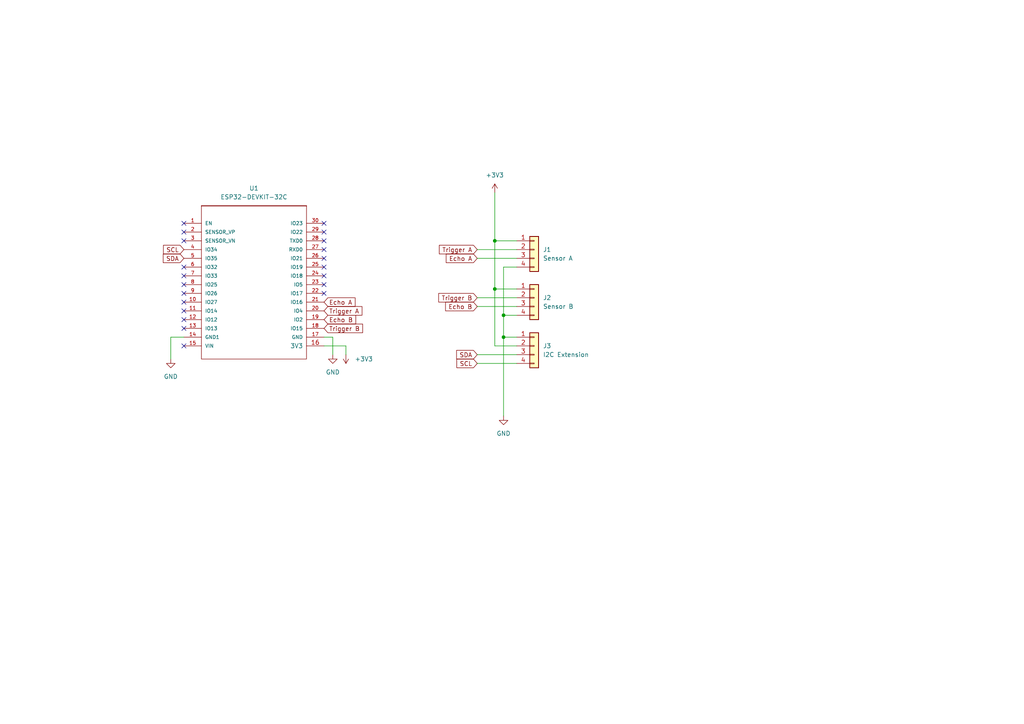
<source format=kicad_sch>
(kicad_sch (version 20211123) (generator eeschema)
  (paper "A4")
  (lib_symbols
    (symbol "Connector_Generic:Conn_01x04" (pin_names (offset 1.016) hide)
      (property "Reference" "J" (at 0 5.08 0))
      (property "Value" "Conn_01x04" (at 0 -7.62 0))
      (symbol "Conn_01x04_1_1"
        (rectangle (start -1.27 -4.953) (end 0 -5.207) (stroke (width 0.1524)))
        (rectangle (start -1.27 -2.413) (end 0 -2.667) (stroke (width 0.1524)))
        (rectangle (start -1.27 0.127) (end 0 -0.127) (stroke (width 0.1524)))
        (rectangle (start -1.27 2.667) (end 0 2.413) (stroke (width 0.1524)))
        (rectangle (start -1.27 3.81) (end 1.27 -6.35) (stroke (width 0.254)) (fill (type background)))
        (pin passive line (at -5.08 2.54 0) (length 3.81) (name "Pin_1") (number "1"))
        (pin passive line (at -5.08 0 0) (length 3.81) (name "Pin_2") (number "2"))
        (pin passive line (at -5.08 -2.54 0) (length 3.81) (name "Pin_3") (number "3"))
        (pin passive line (at -5.08 -5.08 0) (length 3.81) (name "Pin_4") (number "4"))
      )
    )
    (symbol "ESP32-DEVKITC-32D:ESP32-DEVKIT-32C" (pin_names (offset 1.016))
      (property "Reference" "U" (at 0 0 0))
      (property "Value" "ESP32-DEVKIT-32C" (at 0 0 0))
      (symbol "ESP32-DEVKIT-32C_0_1"
        (rectangle (start -13.97 -2.54) (end 16.51 -46.99))
      )
      (symbol "ESP32-DEVKIT-32C_1_1"
        (polyline (pts (xy -13.97 -2.54) (xy 16.51 -2.54)) (stroke (width 0.254)))
        (pin input line (at -19.05 -7.62 0) (length 5.08) (name "EN") (number "1"))
        (pin bidirectional line (at -19.05 -30.48 0) (length 5.08) (name "IO27") (number "10"))
        (pin bidirectional line (at -19.05 -33.02 0) (length 5.08) (name "IO14") (number "11"))
        (pin bidirectional line (at -19.05 -35.56 0) (length 5.08) (name "IO12") (number "12"))
        (pin bidirectional line (at -19.05 -38.1 0) (length 5.08) (name "IO13") (number "13"))
        (pin power_in line (at -19.05 -40.64 0) (length 5.08) (name "GND1") (number "14"))
        (pin power_in line (at -19.05 -43.18 0) (length 5.08) (name "VIN") (number "15"))
        (pin power_in line (at 21.59 -43.18 180) (length 5.08) (name "3V3") (number "16"))
        (pin power_in line (at 21.59 -40.64 180) (length 5.08) (name "GND") (number "17"))
        (pin bidirectional line (at 21.59 -38.1 180) (length 5.08) (name "IO15") (number "18"))
        (pin bidirectional line (at 21.59 -35.56 180) (length 5.08) (name "IO2") (number "19"))
        (pin input line (at -19.05 -10.16 0) (length 5.08) (name "SENSOR_VP") (number "2"))
        (pin bidirectional line (at 21.59 -33.02 180) (length 5.08) (name "IO4") (number "20"))
        (pin bidirectional line (at 21.59 -30.48 180) (length 5.08) (name "IO16") (number "21"))
        (pin bidirectional line (at 21.59 -27.94 180) (length 5.08) (name "IO17") (number "22"))
        (pin bidirectional line (at 21.59 -25.4 180) (length 5.08) (name "IO5") (number "23"))
        (pin bidirectional line (at 21.59 -22.86 180) (length 5.08) (name "IO18") (number "24"))
        (pin bidirectional line (at 21.59 -20.32 180) (length 5.08) (name "IO19") (number "25"))
        (pin bidirectional line (at 21.59 -17.78 180) (length 5.08) (name "IO21") (number "26"))
        (pin input line (at 21.59 -15.24 180) (length 5.08) (name "RXD0") (number "27"))
        (pin output line (at 21.59 -12.7 180) (length 5.08) (name "TXD0") (number "28"))
        (pin bidirectional line (at 21.59 -10.16 180) (length 5.08) (name "IO22") (number "29"))
        (pin input line (at -19.05 -12.7 0) (length 5.08) (name "SENSOR_VN") (number "3"))
        (pin bidirectional line (at 21.59 -7.62 180) (length 5.08) (name "IO23") (number "30"))
        (pin bidirectional line (at -19.05 -15.24 0) (length 5.08) (name "IO34") (number "4"))
        (pin bidirectional line (at -19.05 -17.78 0) (length 5.08) (name "IO35") (number "5"))
        (pin bidirectional line (at -19.05 -20.32 0) (length 5.08) (name "IO32") (number "6"))
        (pin bidirectional line (at -19.05 -22.86 0) (length 5.08) (name "IO33") (number "7"))
        (pin bidirectional line (at -19.05 -25.4 0) (length 5.08) (name "IO25") (number "8"))
        (pin bidirectional line (at -19.05 -27.94 0) (length 5.08) (name "IO26") (number "9"))
      )
    )
    (symbol "power:+3.3V" (power) (pin_names (offset 0))
      (property "Value" "+3.3V" (at 0 3.556 0))
      (symbol "+3.3V_0_1"
        (polyline (pts (xy -0.762 1.27) (xy 0 2.54)))
        (polyline (pts (xy 0 0) (xy 0 2.54)))
        (polyline (pts (xy 0 2.54) (xy 0.762 1.27)))
      )
      (symbol "+3.3V_1_1"
        (pin power_in line (at 0 0 90) (length 0) hide (name "+3V3") (number "1"))
      )
    )
    (symbol "power:GND" (power) (pin_names (offset 0))
      (property "Value" "GND" (at 0 -3.81 0))
      (symbol "GND_0_1"
        (polyline (pts (xy 0 0) (xy 0 -1.27) (xy 1.27 -1.27) (xy 0 -2.54) (xy -1.27 -1.27) (xy 0 -1.27)))
      )
      (symbol "GND_1_1"
        (pin power_in line (at 0 0 270) (length 0) hide (name "GND") (number "1"))
      )
    )
  )
  (junction (at 146.05 91.44))
  (junction (at 143.51 83.82))
  (junction (at 143.51 69.85))
  (junction (at 146.05 97.79))
  (no_connect (at 53.34 82.55))
  (no_connect (at 93.98 80.01))
  (no_connect (at 93.98 67.31))
  (no_connect (at 53.34 80.01))
  (no_connect (at 93.98 82.55))
  (no_connect (at 93.98 77.47))
  (no_connect (at 53.34 90.17))
  (no_connect (at 53.34 69.85))
  (no_connect (at 53.34 64.77))
  (no_connect (at 53.34 77.47))
  (no_connect (at 53.34 85.09))
  (no_connect (at 93.98 85.09))
  (no_connect (at 53.34 87.63))
  (no_connect (at 93.98 74.93))
  (no_connect (at 53.34 100.33))
  (no_connect (at 53.34 95.25))
  (no_connect (at 53.34 92.71))
  (no_connect (at 93.98 69.85))
  (no_connect (at 93.98 72.39))
  (no_connect (at 53.34 67.31))
  (no_connect (at 93.98 64.77))
  (wire (pts (xy 143.51 55.88) (xy 143.51 69.85)))
  (wire (pts (xy 146.05 91.44) (xy 146.05 97.79)))
  (wire (pts (xy 100.33 100.33) (xy 93.98 100.33)))
  (wire (pts (xy 143.51 69.85) (xy 143.51 83.82)))
  (wire (pts (xy 96.52 97.79) (xy 93.98 97.79)))
  (wire (pts (xy 100.33 102.87) (xy 100.33 100.33)))
  (wire (pts (xy 149.86 100.33) (xy 143.51 100.33)))
  (wire (pts (xy 49.53 97.79) (xy 53.34 97.79)))
  (wire (pts (xy 138.43 72.39) (xy 149.86 72.39)))
  (wire (pts (xy 49.53 104.14) (xy 49.53 97.79)))
  (wire (pts (xy 143.51 83.82) (xy 149.86 83.82)))
  (wire (pts (xy 149.86 69.85) (xy 143.51 69.85)))
  (wire (pts (xy 138.43 86.36) (xy 149.86 86.36)))
  (wire (pts (xy 146.05 97.79) (xy 149.86 97.79)))
  (wire (pts (xy 146.05 91.44) (xy 149.86 91.44)))
  (wire (pts (xy 138.43 102.87) (xy 149.86 102.87)))
  (wire (pts (xy 138.43 74.93) (xy 149.86 74.93)))
  (wire (pts (xy 146.05 77.47) (xy 146.05 91.44)))
  (wire (pts (xy 146.05 97.79) (xy 146.05 120.65)))
  (wire (pts (xy 138.43 105.41) (xy 149.86 105.41)))
  (wire (pts (xy 143.51 100.33) (xy 143.51 83.82)))
  (wire (pts (xy 138.43 88.9) (xy 149.86 88.9)))
  (wire (pts (xy 96.52 102.87) (xy 96.52 97.79)))
  (wire (pts (xy 149.86 77.47) (xy 146.05 77.47)))
  (global_label "Trigger B" (shape input) (at 138.43 86.36 180) (property "Intersheet References" "${INTERSHEET_REFS}" (effects hide)))
  (global_label "SDA" (shape input) (at 53.34 74.93 180) (property "Intersheet References" "${INTERSHEET_REFS}" (effects hide)))
  (global_label "SCL" (shape input) (at 53.34 72.39 180) (property "Intersheet References" "${INTERSHEET_REFS}" (effects hide)))
  (global_label "Trigger A" (shape input) (at 138.43 72.39 180) (property "Intersheet References" "${INTERSHEET_REFS}" (effects hide)))
  (global_label "Echo A" (shape input) (at 93.98 87.63 0) (property "Intersheet References" "${INTERSHEET_REFS}" (effects hide)))
  (global_label "Echo B" (shape input) (at 93.98 92.71 0) (property "Intersheet References" "${INTERSHEET_REFS}" (effects hide)))
  (global_label "Trigger B" (shape input) (at 93.98 95.25 0) (property "Intersheet References" "${INTERSHEET_REFS}" (effects hide)))
  (global_label "Echo A" (shape input) (at 138.43 74.93 180) (property "Intersheet References" "${INTERSHEET_REFS}" (effects hide)))
  (global_label "Echo B" (shape input) (at 138.43 88.9 180) (property "Intersheet References" "${INTERSHEET_REFS}" (effects hide)))
  (global_label "Trigger A" (shape input) (at 93.98 90.17 0) (property "Intersheet References" "${INTERSHEET_REFS}" (effects hide)))
  (global_label "SCL" (shape input) (at 138.43 105.41 180) (property "Intersheet References" "${INTERSHEET_REFS}" (effects hide)))
  (global_label "SDA" (shape input) (at 138.43 102.87 180) (property "Intersheet References" "${INTERSHEET_REFS}" (effects hide)))
  (symbol (lib_id "power:GND") (at 96.52 102.87 0) (unit 1)
    (property "Reference" "#PWR02" (effects hide))
    (property "Value" "GND" (at 96.52 107.95 0))
  )
  (symbol (lib_id "ESP32-DEVKITC-32D:ESP32-DEVKIT-32C") (at 72.39 57.15 0) (unit 1)
    (property "Reference" "U1" (at 73.66 54.61 0))
    (property "Value" "ESP32-DEVKIT-32C" (at 73.66 57.15 0))
    (property "Footprint" "ESP32-DEVKITC-32D:MODULE_ESP32-DEVKITC-32C" (effects hide))
  )
  (symbol (lib_id "Connector_Generic:Conn_01x04") (at 154.94 72.39 0) (unit 1)
    (property "Reference" "J1" (at 157.48 72.3899 0) (effects (justify left)))
    (property "Value" "Sensor A" (at 157.48 74.9299 0) (effects (justify left)))
    (property "Footprint" "Connector_PinSocket_2.54mm:PinSocket_1x04_P2.54mm_Vertical" (effects hide))
  )
  (symbol (lib_id "power:+3.3V") (at 100.33 102.87 180) (unit 1)
    (property "Reference" "#PWR03" (effects hide))
    (property "Value" "+3.3V" (at 102.87 104.1399 0) (effects (justify right)))
  )
  (symbol (lib_id "power:+3.3V") (at 143.51 55.88 0) (unit 1)
    (property "Reference" "#PWR04" (effects hide))
    (property "Value" "+3.3V" (at 143.51 50.8 0))
  )
  (symbol (lib_id "power:GND") (at 146.05 120.65 0) (unit 1)
    (property "Reference" "#PWR05" (effects hide))
    (property "Value" "GND" (at 146.05 125.73 0))
  )
  (symbol (lib_id "power:GND") (at 49.53 104.14 0) (unit 1)
    (property "Reference" "#PWR01" (effects hide))
    (property "Value" "GND" (at 49.53 109.22 0))
  )
  (symbol (lib_id "Connector_Generic:Conn_01x04") (at 154.94 100.33 0) (unit 1)
    (property "Reference" "J3" (at 157.48 100.3299 0) (effects (justify left)))
    (property "Value" "I2C Extension" (at 157.48 102.8699 0) (effects (justify left)))
    (property "Footprint" "Connector_JST:JST_PH_S4B-PH-K_1x04_P2.00mm_Horizontal" (effects hide))
  )
  (symbol (lib_id "Connector_Generic:Conn_01x04") (at 154.94 86.36 0) (unit 1)
    (property "Reference" "J2" (at 157.48 86.3599 0) (effects (justify left)))
    (property "Value" "Sensor B" (at 157.48 88.8999 0) (effects (justify left)))
    (property "Footprint" "Connector_PinSocket_2.54mm:PinSocket_1x04_P2.54mm_Vertical" (effects hide))
  )
)
</source>
